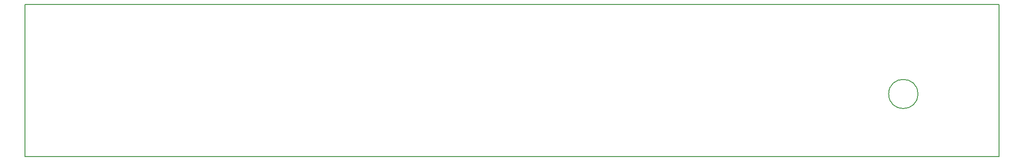
<source format=gm1>
G04 #@! TF.GenerationSoftware,KiCad,Pcbnew,(6.0.4)*
G04 #@! TF.CreationDate,2022-05-22T11:17:41+03:00*
G04 #@! TF.ProjectId,dock_rs232_prt,646f636b-5f72-4733-9233-325f7072742e,rev?*
G04 #@! TF.SameCoordinates,Original*
G04 #@! TF.FileFunction,Profile,NP*
%FSLAX46Y46*%
G04 Gerber Fmt 4.6, Leading zero omitted, Abs format (unit mm)*
G04 Created by KiCad (PCBNEW (6.0.4)) date 2022-05-22 11:17:41*
%MOMM*%
%LPD*%
G01*
G04 APERTURE LIST*
G04 #@! TA.AperFunction,Profile*
%ADD10C,0.200000*%
G04 #@! TD*
G04 APERTURE END LIST*
D10*
X369700919Y-103687354D02*
G75*
G03*
X369700919Y-103687354I-2775000J0D01*
G01*
X385105919Y-86617354D02*
X385105919Y-115617354D01*
X200105919Y-86617354D02*
X385105919Y-86617354D01*
X385105919Y-115617354D02*
X200105919Y-115617354D01*
X200105919Y-115617354D02*
X200105919Y-86617354D01*
M02*

</source>
